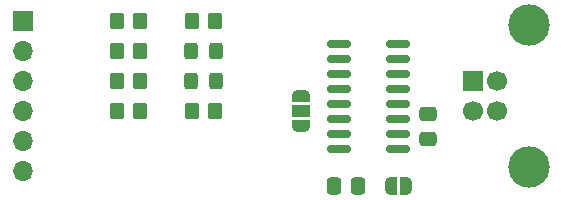
<source format=gts>
G04 #@! TF.GenerationSoftware,KiCad,Pcbnew,7.0.1*
G04 #@! TF.CreationDate,2023-03-31T20:55:01+02:00*
G04 #@! TF.ProjectId,PMOD USB UART,504d4f44-2055-4534-9220-554152542e6b,V1.0*
G04 #@! TF.SameCoordinates,Original*
G04 #@! TF.FileFunction,Soldermask,Top*
G04 #@! TF.FilePolarity,Negative*
%FSLAX46Y46*%
G04 Gerber Fmt 4.6, Leading zero omitted, Abs format (unit mm)*
G04 Created by KiCad (PCBNEW 7.0.1) date 2023-03-31 20:55:01*
%MOMM*%
%LPD*%
G01*
G04 APERTURE LIST*
G04 Aperture macros list*
%AMRoundRect*
0 Rectangle with rounded corners*
0 $1 Rounding radius*
0 $2 $3 $4 $5 $6 $7 $8 $9 X,Y pos of 4 corners*
0 Add a 4 corners polygon primitive as box body*
4,1,4,$2,$3,$4,$5,$6,$7,$8,$9,$2,$3,0*
0 Add four circle primitives for the rounded corners*
1,1,$1+$1,$2,$3*
1,1,$1+$1,$4,$5*
1,1,$1+$1,$6,$7*
1,1,$1+$1,$8,$9*
0 Add four rect primitives between the rounded corners*
20,1,$1+$1,$2,$3,$4,$5,0*
20,1,$1+$1,$4,$5,$6,$7,0*
20,1,$1+$1,$6,$7,$8,$9,0*
20,1,$1+$1,$8,$9,$2,$3,0*%
%AMFreePoly0*
4,1,19,0.550000,-0.750000,0.000000,-0.750000,0.000000,-0.744911,-0.071157,-0.744911,-0.207708,-0.704816,-0.327430,-0.627875,-0.420627,-0.520320,-0.479746,-0.390866,-0.500000,-0.250000,-0.500000,0.250000,-0.479746,0.390866,-0.420627,0.520320,-0.327430,0.627875,-0.207708,0.704816,-0.071157,0.744911,0.000000,0.744911,0.000000,0.750000,0.550000,0.750000,0.550000,-0.750000,0.550000,-0.750000,
$1*%
%AMFreePoly1*
4,1,19,0.000000,0.744911,0.071157,0.744911,0.207708,0.704816,0.327430,0.627875,0.420627,0.520320,0.479746,0.390866,0.500000,0.250000,0.500000,-0.250000,0.479746,-0.390866,0.420627,-0.520320,0.327430,-0.627875,0.207708,-0.704816,0.071157,-0.744911,0.000000,-0.744911,0.000000,-0.750000,-0.550000,-0.750000,-0.550000,0.750000,0.000000,0.750000,0.000000,0.744911,0.000000,0.744911,
$1*%
%AMFreePoly2*
4,1,19,0.500000,-0.750000,0.000000,-0.750000,0.000000,-0.744911,-0.071157,-0.744911,-0.207708,-0.704816,-0.327430,-0.627875,-0.420627,-0.520320,-0.479746,-0.390866,-0.500000,-0.250000,-0.500000,0.250000,-0.479746,0.390866,-0.420627,0.520320,-0.327430,0.627875,-0.207708,0.704816,-0.071157,0.744911,0.000000,0.744911,0.000000,0.750000,0.500000,0.750000,0.500000,-0.750000,0.500000,-0.750000,
$1*%
%AMFreePoly3*
4,1,19,0.000000,0.744911,0.071157,0.744911,0.207708,0.704816,0.327430,0.627875,0.420627,0.520320,0.479746,0.390866,0.500000,0.250000,0.500000,-0.250000,0.479746,-0.390866,0.420627,-0.520320,0.327430,-0.627875,0.207708,-0.704816,0.071157,-0.744911,0.000000,-0.744911,0.000000,-0.750000,-0.500000,-0.750000,-0.500000,0.750000,0.000000,0.750000,0.000000,0.744911,0.000000,0.744911,
$1*%
G04 Aperture macros list end*
%ADD10RoundRect,0.250000X0.350000X0.450000X-0.350000X0.450000X-0.350000X-0.450000X0.350000X-0.450000X0*%
%ADD11RoundRect,0.150000X0.825000X0.150000X-0.825000X0.150000X-0.825000X-0.150000X0.825000X-0.150000X0*%
%ADD12R,1.700000X1.700000*%
%ADD13O,1.700000X1.700000*%
%ADD14RoundRect,0.250000X-0.325000X-0.450000X0.325000X-0.450000X0.325000X0.450000X-0.325000X0.450000X0*%
%ADD15RoundRect,0.250000X0.337500X0.475000X-0.337500X0.475000X-0.337500X-0.475000X0.337500X-0.475000X0*%
%ADD16C,1.700000*%
%ADD17C,3.500000*%
%ADD18RoundRect,0.250000X-0.350000X-0.450000X0.350000X-0.450000X0.350000X0.450000X-0.350000X0.450000X0*%
%ADD19FreePoly0,90.000000*%
%ADD20R,1.500000X1.000000*%
%ADD21FreePoly1,90.000000*%
%ADD22RoundRect,0.250000X-0.475000X0.337500X-0.475000X-0.337500X0.475000X-0.337500X0.475000X0.337500X0*%
%ADD23FreePoly2,180.000000*%
%ADD24FreePoly3,180.000000*%
G04 APERTURE END LIST*
D10*
X111490000Y-101600000D03*
X109490000Y-101600000D03*
D11*
X133285000Y-112395000D03*
X133285000Y-111125000D03*
X133285000Y-109855000D03*
X133285000Y-108585000D03*
X133285000Y-107315000D03*
X133285000Y-106045000D03*
X133285000Y-104775000D03*
X133285000Y-103505000D03*
X128335000Y-103505000D03*
X128335000Y-104775000D03*
X128335000Y-106045000D03*
X128335000Y-107315000D03*
X128335000Y-108585000D03*
X128335000Y-109855000D03*
X128335000Y-111125000D03*
X128335000Y-112395000D03*
D12*
X101600000Y-101600000D03*
D13*
X101600000Y-104140000D03*
X101600000Y-106680000D03*
X101600000Y-109220000D03*
X101600000Y-111760000D03*
X101600000Y-114300000D03*
D10*
X111490000Y-106680000D03*
X109490000Y-106680000D03*
D14*
X115815000Y-106680000D03*
X117865000Y-106680000D03*
X115815000Y-104140000D03*
X117865000Y-104140000D03*
D15*
X129942500Y-115570000D03*
X127867500Y-115570000D03*
D12*
X139700000Y-106680000D03*
D16*
X139700000Y-109180000D03*
X141700000Y-109180000D03*
X141700000Y-106680000D03*
D17*
X144410000Y-101910000D03*
X144410000Y-113950000D03*
D18*
X115840000Y-109220000D03*
X117840000Y-109220000D03*
D19*
X125095000Y-110490000D03*
D20*
X125095000Y-109190000D03*
D21*
X125095000Y-107890000D03*
D10*
X111490000Y-104140000D03*
X109490000Y-104140000D03*
X117840000Y-101600000D03*
X115840000Y-101600000D03*
D22*
X135890000Y-109452500D03*
X135890000Y-111527500D03*
D10*
X111490000Y-109220000D03*
X109490000Y-109220000D03*
D23*
X134000000Y-115570000D03*
D24*
X132700000Y-115570000D03*
M02*

</source>
